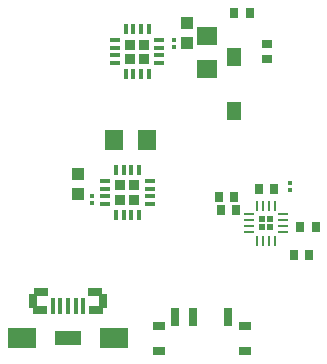
<source format=gbp>
G75*
%MOIN*%
%OFA0B0*%
%FSLAX24Y24*%
%IPPOS*%
%LPD*%
%AMOC8*
5,1,8,0,0,1.08239X$1,22.5*
%
%ADD10R,0.0354X0.0276*%
%ADD11R,0.0500X0.0600*%
%ADD12R,0.0276X0.0354*%
%ADD13R,0.0276X0.0591*%
%ADD14R,0.0394X0.0315*%
%ADD15R,0.0374X0.0118*%
%ADD16R,0.0118X0.0374*%
%ADD17R,0.0354X0.0354*%
%ADD18R,0.0709X0.0630*%
%ADD19R,0.0394X0.0433*%
%ADD20R,0.0130X0.0142*%
%ADD21R,0.0630X0.0709*%
%ADD22R,0.0197X0.0197*%
%ADD23R,0.0335X0.0110*%
%ADD24R,0.0110X0.0335*%
%ADD25R,0.0118X0.0118*%
%ADD26R,0.0955X0.0689*%
%ADD27R,0.0858X0.0508*%
%ADD28R,0.0157X0.0531*%
%ADD29R,0.0250X0.0500*%
%ADD30R,0.0500X0.0250*%
D10*
X010004Y010837D03*
X010004Y011349D03*
D11*
X008908Y010889D03*
X008908Y009089D03*
D12*
X009715Y006498D03*
X010227Y006498D03*
X008967Y005788D03*
X008897Y006238D03*
X008455Y005788D03*
X008385Y006238D03*
X010885Y004308D03*
X011397Y004308D03*
X011617Y005248D03*
X011105Y005248D03*
X009421Y012350D03*
X008909Y012350D03*
D13*
X008704Y002216D03*
X007523Y002216D03*
X006932Y002216D03*
D14*
X006381Y001940D03*
X006381Y001113D03*
X009255Y001113D03*
X009255Y001940D03*
D15*
X006086Y005996D03*
X006086Y006252D03*
X006086Y006508D03*
X006086Y006764D03*
X004589Y006764D03*
X004589Y006508D03*
X004589Y006252D03*
X004589Y005996D03*
X004913Y010694D03*
X004913Y010950D03*
X004913Y011206D03*
X004913Y011462D03*
X006409Y011462D03*
X006409Y011206D03*
X006409Y010950D03*
X006409Y010694D03*
D16*
X006045Y010330D03*
X005789Y010330D03*
X005533Y010330D03*
X005277Y010330D03*
X005277Y011826D03*
X005533Y011826D03*
X005789Y011826D03*
X006045Y011826D03*
X005721Y007128D03*
X005465Y007128D03*
X005210Y007128D03*
X004954Y007128D03*
X004954Y005632D03*
X005210Y005632D03*
X005465Y005632D03*
X005721Y005632D03*
D17*
X005574Y006143D03*
X005101Y006143D03*
X005101Y006616D03*
X005574Y006616D03*
X005425Y010842D03*
X005897Y010842D03*
X005897Y011314D03*
X005425Y011314D03*
D18*
X008001Y011599D03*
X008001Y010497D03*
D19*
X007334Y011364D03*
X007334Y012033D03*
X003684Y006990D03*
X003684Y006321D03*
D20*
X004149Y006250D03*
X004149Y006029D03*
X006889Y011234D03*
X006889Y011454D03*
D21*
X006004Y008128D03*
X004902Y008128D03*
D22*
X009823Y005496D03*
X009823Y005220D03*
X010099Y005220D03*
X010099Y005496D03*
D23*
X010542Y005457D03*
X010542Y005653D03*
X010542Y005260D03*
X010542Y005063D03*
X009380Y005063D03*
X009380Y005260D03*
X009380Y005457D03*
X009380Y005653D03*
D24*
X009666Y005939D03*
X009863Y005939D03*
X010060Y005939D03*
X010256Y005939D03*
X010256Y004777D03*
X010060Y004777D03*
X009863Y004777D03*
X009666Y004777D03*
D25*
X010761Y006460D03*
X010761Y006696D03*
D26*
X001831Y001538D03*
X004901Y001538D03*
D27*
X003353Y001544D03*
D28*
X003361Y002591D03*
X003617Y002591D03*
X003873Y002591D03*
X003105Y002591D03*
X002849Y002591D03*
D29*
X002191Y002778D03*
X004531Y002778D03*
D30*
X004291Y002468D03*
X004251Y003058D03*
X002461Y003058D03*
X002431Y002468D03*
M02*

</source>
